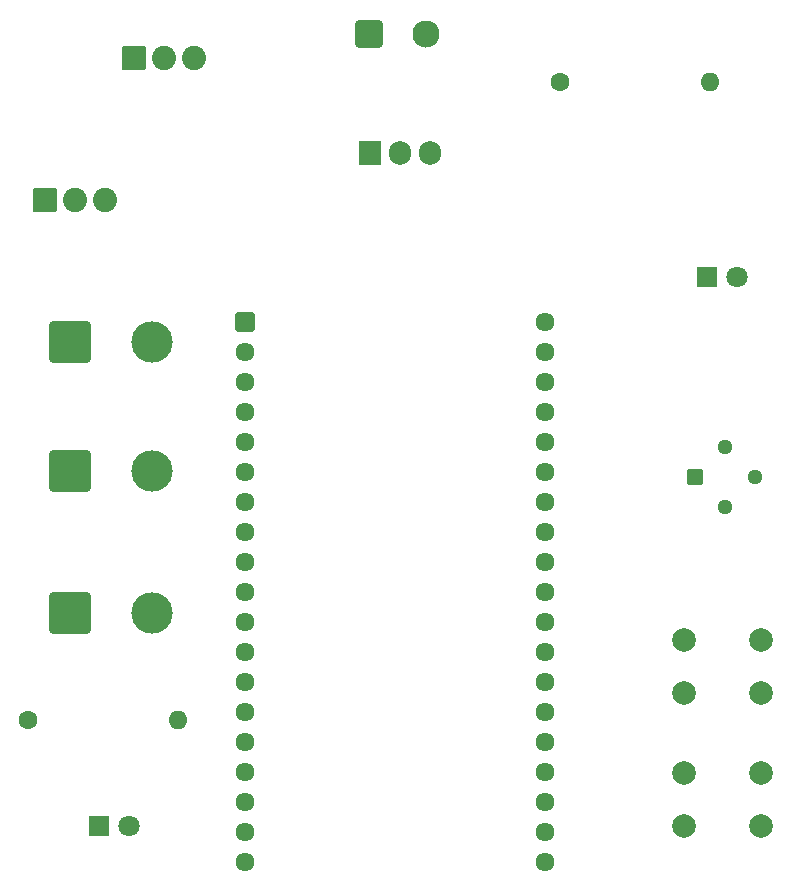
<source format=gbr>
%TF.GenerationSoftware,KiCad,Pcbnew,9.0.0*%
%TF.CreationDate,2025-03-04T06:42:26+08:00*%
%TF.ProjectId,STEC_Design,53544543-5f44-4657-9369-676e2e6b6963,0*%
%TF.SameCoordinates,Original*%
%TF.FileFunction,Soldermask,Top*%
%TF.FilePolarity,Negative*%
%FSLAX46Y46*%
G04 Gerber Fmt 4.6, Leading zero omitted, Abs format (unit mm)*
G04 Created by KiCad (PCBNEW 9.0.0) date 2025-03-04 06:42:26*
%MOMM*%
%LPD*%
G01*
G04 APERTURE LIST*
G04 Aperture macros list*
%AMRoundRect*
0 Rectangle with rounded corners*
0 $1 Rounding radius*
0 $2 $3 $4 $5 $6 $7 $8 $9 X,Y pos of 4 corners*
0 Add a 4 corners polygon primitive as box body*
4,1,4,$2,$3,$4,$5,$6,$7,$8,$9,$2,$3,0*
0 Add four circle primitives for the rounded corners*
1,1,$1+$1,$2,$3*
1,1,$1+$1,$4,$5*
1,1,$1+$1,$6,$7*
1,1,$1+$1,$8,$9*
0 Add four rect primitives between the rounded corners*
20,1,$1+$1,$2,$3,$4,$5,0*
20,1,$1+$1,$4,$5,$6,$7,0*
20,1,$1+$1,$6,$7,$8,$9,0*
20,1,$1+$1,$8,$9,$2,$3,0*%
G04 Aperture macros list end*
%ADD10R,1.800000X1.800000*%
%ADD11C,1.800000*%
%ADD12RoundRect,0.102000X-0.545000X-0.545000X0.545000X-0.545000X0.545000X0.545000X-0.545000X0.545000X0*%
%ADD13C,1.294000*%
%ADD14R,1.905000X2.000000*%
%ADD15O,1.905000X2.000000*%
%ADD16C,1.600000*%
%ADD17O,1.600000X1.600000*%
%ADD18RoundRect,0.250001X-0.899999X-0.899999X0.899999X-0.899999X0.899999X0.899999X-0.899999X0.899999X0*%
%ADD19C,2.300000*%
%ADD20RoundRect,0.102000X-0.922500X-0.922500X0.922500X-0.922500X0.922500X0.922500X-0.922500X0.922500X0*%
%ADD21C,2.049000*%
%ADD22RoundRect,0.250002X-1.499998X-1.499998X1.499998X-1.499998X1.499998X1.499998X-1.499998X1.499998X0*%
%ADD23C,3.500000*%
%ADD24C,2.000000*%
%ADD25RoundRect,0.102000X-0.704000X-0.704000X0.704000X-0.704000X0.704000X0.704000X-0.704000X0.704000X0*%
%ADD26C,1.612000*%
G04 APERTURE END LIST*
D10*
%TO.C,D2*%
X172475000Y-83500000D03*
D11*
X175015000Y-83500000D03*
%TD*%
D12*
%TO.C,U2*%
X171488100Y-100500000D03*
D13*
X174028100Y-103040000D03*
X176568100Y-100500000D03*
X174028100Y-97960000D03*
%TD*%
D14*
%TO.C,U1*%
X143920000Y-73000000D03*
D15*
X146460000Y-73000000D03*
X149000000Y-73000000D03*
%TD*%
D10*
%TO.C,D1*%
X121000000Y-130000000D03*
D11*
X123540000Y-130000000D03*
%TD*%
D16*
%TO.C,R1*%
X115000000Y-121000000D03*
D17*
X127700000Y-121000000D03*
%TD*%
D18*
%TO.C,BT1*%
X143835642Y-63000000D03*
D19*
X148635642Y-63000000D03*
%TD*%
D20*
%TO.C,Q1*%
X123920000Y-65000000D03*
D21*
X126460000Y-65000000D03*
X129000000Y-65000000D03*
%TD*%
D22*
%TO.C,PE1*%
X118500000Y-89000000D03*
D23*
X125500000Y-89000000D03*
%TD*%
D22*
%TO.C,PE2*%
X118500000Y-100000000D03*
D23*
X125500000Y-100000000D03*
%TD*%
D24*
%TO.C,SW2*%
X170500000Y-114265000D03*
X177000000Y-114265000D03*
X170500000Y-118765000D03*
X177000000Y-118765000D03*
%TD*%
%TO.C,SW1*%
X170500000Y-125500000D03*
X177000000Y-125500000D03*
X170500000Y-130000000D03*
X177000000Y-130000000D03*
%TD*%
D20*
%TO.C,Q2*%
X116420000Y-77000000D03*
D21*
X118960000Y-77000000D03*
X121500000Y-77000000D03*
%TD*%
D22*
%TO.C,PE3*%
X118500000Y-112000000D03*
D23*
X125500000Y-112000000D03*
%TD*%
D25*
%TO.C,U4*%
X133308142Y-87360000D03*
D26*
X133308142Y-89900000D03*
X133308142Y-92440000D03*
X133308142Y-94980000D03*
X133308142Y-97520000D03*
X133308142Y-100060000D03*
X133308142Y-102600000D03*
X133308142Y-105140000D03*
X133308142Y-107680000D03*
X133308142Y-110220000D03*
X133308142Y-112760000D03*
X133308142Y-115300000D03*
X133308142Y-117840000D03*
X133308142Y-120380000D03*
X133308142Y-122920000D03*
X133308142Y-125460000D03*
X133308142Y-128000000D03*
X133308142Y-130540000D03*
X133308142Y-133080000D03*
X158708142Y-87360000D03*
X158708142Y-89900000D03*
X158708142Y-92440000D03*
X158708142Y-94980000D03*
X158708142Y-97520000D03*
X158708142Y-100060000D03*
X158708142Y-102600000D03*
X158708142Y-105140000D03*
X158708142Y-107680000D03*
X158708142Y-110220000D03*
X158708142Y-112760000D03*
X158708142Y-115300000D03*
X158708142Y-117840000D03*
X158708142Y-120380000D03*
X158708142Y-122920000D03*
X158708142Y-125460000D03*
X158708142Y-128000000D03*
X158708142Y-130540000D03*
X158708142Y-133080000D03*
%TD*%
D16*
%TO.C,R2*%
X160000000Y-67000000D03*
D17*
X172700000Y-67000000D03*
%TD*%
M02*

</source>
